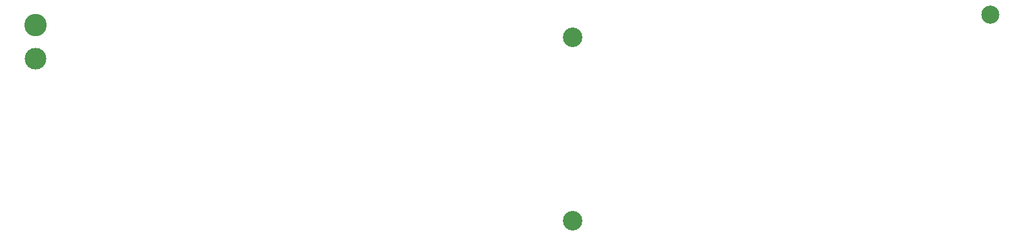
<source format=gbr>
%TF.GenerationSoftware,Altium Limited,Altium Designer,19.0.10 (269)*%
G04 Layer_Color=0*
%FSLAX26Y26*%
%MOIN*%
%TF.FileFunction,NonPlated,1,4,NPTH,Drill*%
%TF.Part,Single*%
G01*
G75*
%TA.AperFunction,ComponentDrill*%
%ADD150C,0.098425*%
%ADD151C,0.106299*%
%ADD152C,0.122047*%
%ADD153C,0.118110*%
D150*
X5377953Y2409449D02*
D03*
D151*
X3104338Y1285819D02*
D03*
Y2285819D02*
D03*
D152*
X180315Y2353543D02*
D03*
D153*
Y2168504D02*
D03*
%TF.MD5,7567ba2a7fa0679f126e6d7cf55c8c41*%
M02*

</source>
